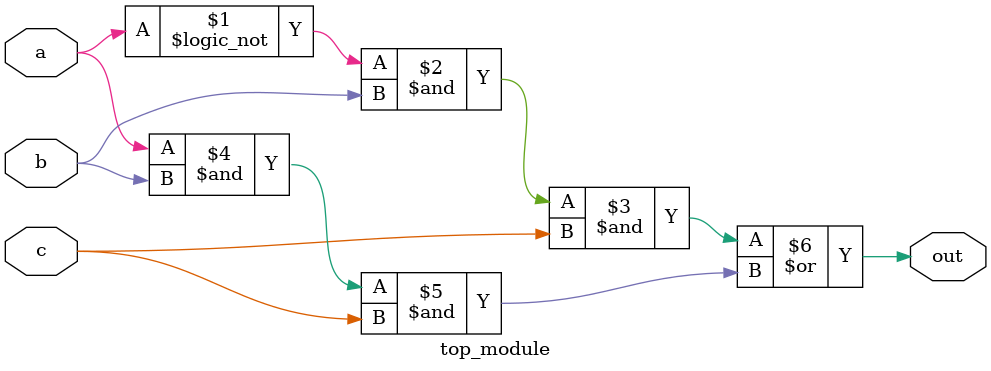
<source format=sv>
module top_module(
   input a, 
   input b,
   input c,
   output out
);

   // Implement the circuit described by the Karnaugh map below.
   //        a
   // bc   0 1 
   //  00 | 0 | 1 |
   //  01 | 1 | 1 | 
   //  11 | 1 | 1 | 
   //  10 | 1 | 1 | 
  
   assign out = (!a & b & c) | (a & b & c);
   
endmodule

</source>
